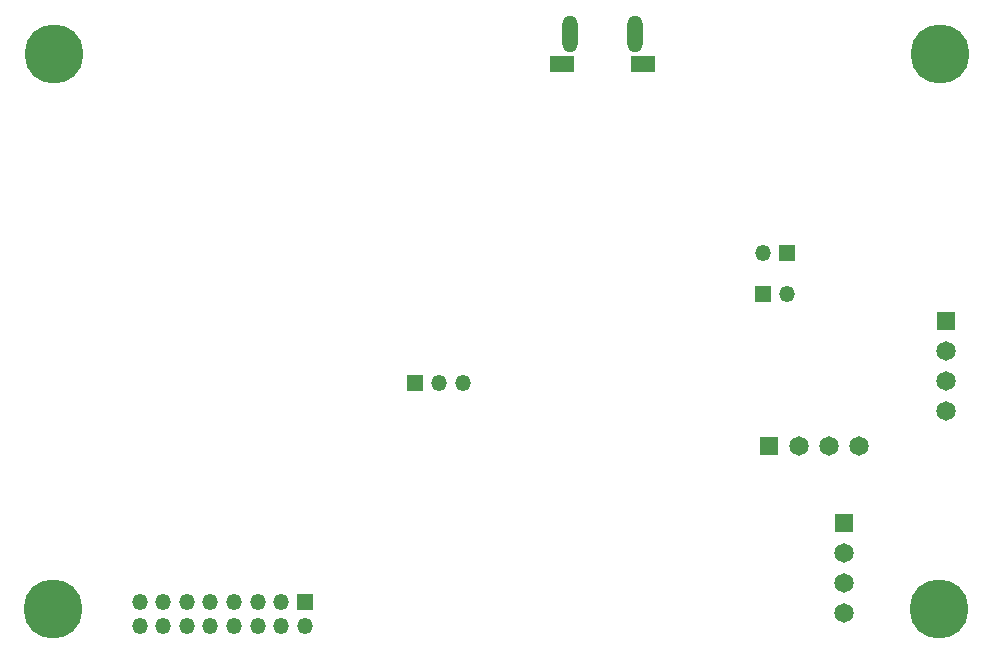
<source format=gbs>
%TF.GenerationSoftware,KiCad,Pcbnew,(6.0.11-0)*%
%TF.CreationDate,2023-04-07T11:55:34-07:00*%
%TF.ProjectId,SADA_Board,53414441-5f42-46f6-9172-642e6b696361,rev?*%
%TF.SameCoordinates,Original*%
%TF.FileFunction,Soldermask,Bot*%
%TF.FilePolarity,Negative*%
%FSLAX46Y46*%
G04 Gerber Fmt 4.6, Leading zero omitted, Abs format (unit mm)*
G04 Created by KiCad (PCBNEW (6.0.11-0)) date 2023-04-07 11:55:34*
%MOMM*%
%LPD*%
G01*
G04 APERTURE LIST*
%ADD10R,1.350000X1.350000*%
%ADD11O,1.350000X1.350000*%
%ADD12R,1.650000X1.650000*%
%ADD13C,1.650000*%
%ADD14C,5.000000*%
%ADD15O,1.300000X3.150000*%
%ADD16R,2.000000X1.400000*%
G04 APERTURE END LIST*
D10*
%TO.C,JP1*%
X139378800Y-100039800D03*
D11*
X141378800Y-100039800D03*
X143378800Y-100039800D03*
%TD*%
D10*
%TO.C,J1*%
X130031600Y-118607200D03*
D11*
X130031600Y-120607200D03*
X128031600Y-118607200D03*
X128031600Y-120607200D03*
X126031600Y-118607200D03*
X126031600Y-120607200D03*
X124031600Y-118607200D03*
X124031600Y-120607200D03*
X122031600Y-118607200D03*
X122031600Y-120607200D03*
X120031600Y-118607200D03*
X120031600Y-120607200D03*
X118031600Y-118607200D03*
X118031600Y-120607200D03*
X116031600Y-118607200D03*
X116031600Y-120607200D03*
%TD*%
%TO.C,J14*%
X168849400Y-89067000D03*
D10*
X170849400Y-89067000D03*
%TD*%
D12*
%TO.C,J5*%
X184311400Y-94756600D03*
D13*
X184311400Y-97296600D03*
X184311400Y-99836600D03*
X184311400Y-102376600D03*
%TD*%
D12*
%TO.C,J2*%
X175642000Y-111900000D03*
D13*
X175642000Y-114440000D03*
X175642000Y-116980000D03*
X175642000Y-119520000D03*
%TD*%
D14*
%TO.C,H1*%
X108784000Y-72170000D03*
%TD*%
%TO.C,H3*%
X183726000Y-119170000D03*
%TD*%
%TO.C,H2*%
X108720000Y-119156600D03*
%TD*%
D10*
%TO.C,J15*%
X168842800Y-92470600D03*
D11*
X170842800Y-92470600D03*
%TD*%
D12*
%TO.C,J3*%
X169302000Y-105370000D03*
D13*
X171842000Y-105370000D03*
X174382000Y-105370000D03*
X176922000Y-105370000D03*
%TD*%
D14*
%TO.C,H4*%
X183784000Y-72170000D03*
%TD*%
D15*
%TO.C,J8*%
X152515400Y-70458200D03*
D16*
X158665400Y-73008200D03*
D15*
X157965400Y-70458200D03*
D16*
X151815400Y-73008200D03*
%TD*%
M02*

</source>
